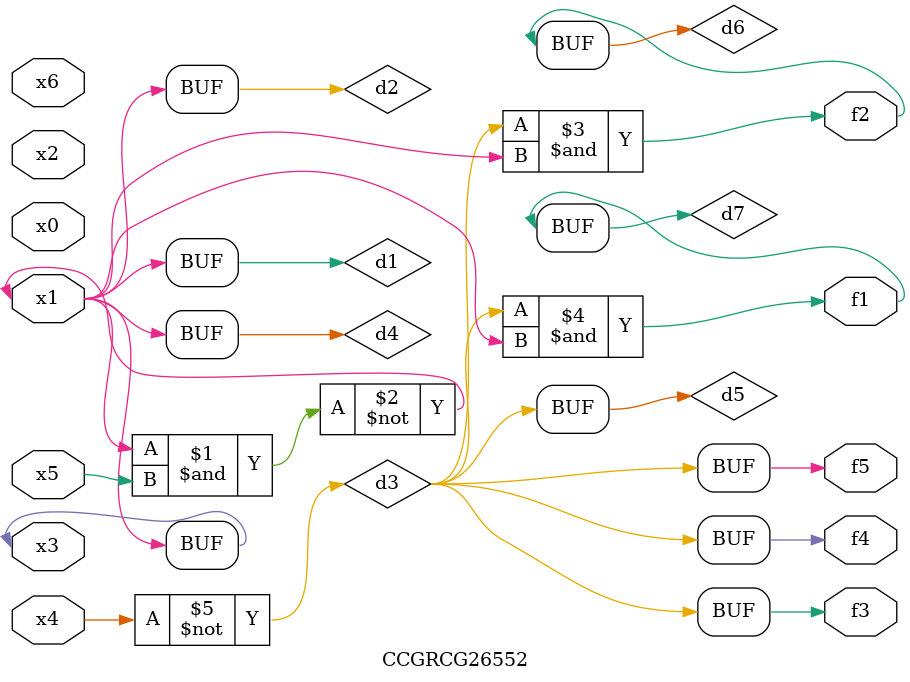
<source format=v>
module CCGRCG26552(
	input x0, x1, x2, x3, x4, x5, x6,
	output f1, f2, f3, f4, f5
);

	wire d1, d2, d3, d4, d5, d6, d7;

	buf (d1, x1, x3);
	nand (d2, x1, x5);
	not (d3, x4);
	buf (d4, d1, d2);
	buf (d5, d3);
	and (d6, d3, d4);
	and (d7, d3, d4);
	assign f1 = d7;
	assign f2 = d6;
	assign f3 = d5;
	assign f4 = d5;
	assign f5 = d5;
endmodule

</source>
